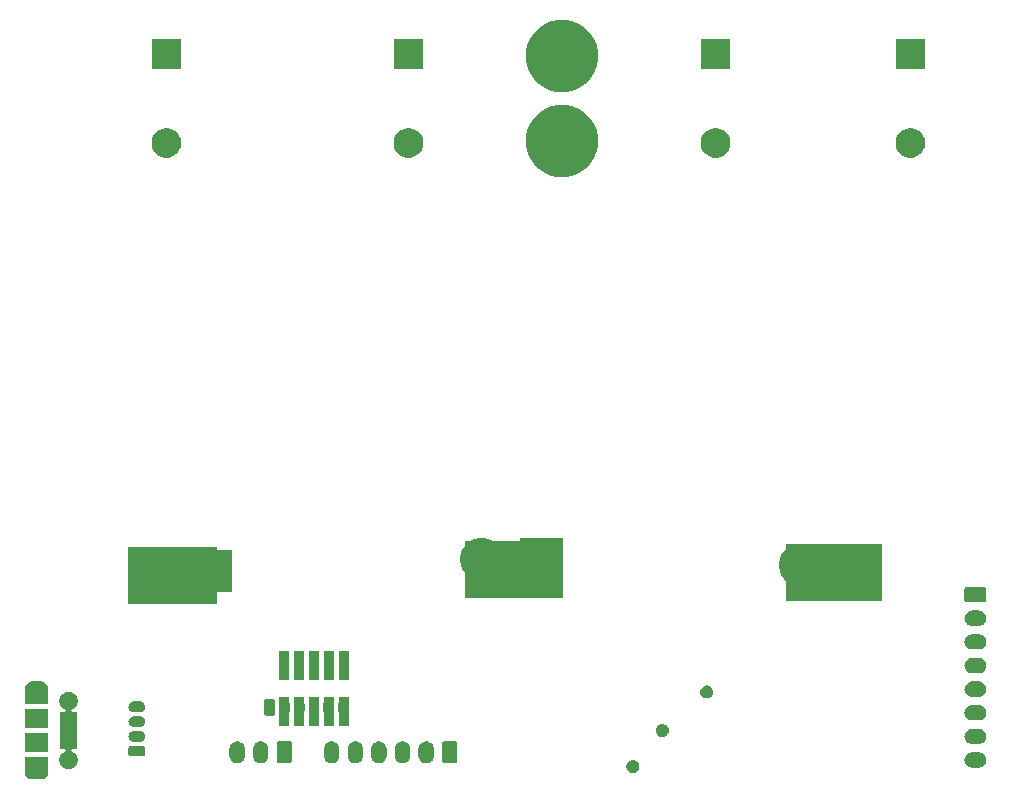
<source format=gbr>
G04 #@! TF.GenerationSoftware,KiCad,Pcbnew,(5.1.2)-2*
G04 #@! TF.CreationDate,2020-12-15T14:43:03+00:00*
G04 #@! TF.ProjectId,INV_Board,494e565f-426f-4617-9264-2e6b69636164,rev?*
G04 #@! TF.SameCoordinates,Original*
G04 #@! TF.FileFunction,Soldermask,Bot*
G04 #@! TF.FilePolarity,Negative*
%FSLAX46Y46*%
G04 Gerber Fmt 4.6, Leading zero omitted, Abs format (unit mm)*
G04 Created by KiCad (PCBNEW (5.1.2)-2) date 2020-12-15 14:43:03*
%MOMM*%
%LPD*%
G04 APERTURE LIST*
%ADD10C,0.100000*%
G04 APERTURE END LIST*
D10*
G36*
X132750000Y-100000000D02*
G01*
X125250000Y-100000000D01*
X125250000Y-95250000D01*
X132750000Y-95250000D01*
X132750000Y-100000000D01*
G37*
X132750000Y-100000000D02*
X125250000Y-100000000D01*
X125250000Y-95250000D01*
X132750000Y-95250000D01*
X132750000Y-100000000D01*
G36*
X162000000Y-99500000D02*
G01*
X153750000Y-99500000D01*
X153750000Y-94750000D01*
X162000000Y-94750000D01*
X162000000Y-99500000D01*
G37*
X162000000Y-99500000D02*
X153750000Y-99500000D01*
X153750000Y-94750000D01*
X162000000Y-94750000D01*
X162000000Y-99500000D01*
G36*
X189000000Y-99750000D02*
G01*
X181000000Y-99750000D01*
X181000000Y-95000000D01*
X189000000Y-95000000D01*
X189000000Y-99750000D01*
G37*
X189000000Y-99750000D02*
X181000000Y-99750000D01*
X181000000Y-95000000D01*
X189000000Y-95000000D01*
X189000000Y-99750000D01*
G36*
X118513500Y-114211886D02*
G01*
X118514102Y-114224138D01*
X118516649Y-114250000D01*
X118514102Y-114275862D01*
X118513500Y-114288114D01*
X118513500Y-114361406D01*
X118504543Y-114378164D01*
X118500415Y-114389701D01*
X118474632Y-114474693D01*
X118466854Y-114500336D01*
X118406406Y-114613425D01*
X118325054Y-114712554D01*
X118225925Y-114793906D01*
X118112836Y-114854354D01*
X118080904Y-114864040D01*
X117990118Y-114891580D01*
X117926355Y-114897860D01*
X117894474Y-114901000D01*
X117130526Y-114901000D01*
X117098645Y-114897860D01*
X117034882Y-114891580D01*
X116944096Y-114864040D01*
X116912164Y-114854354D01*
X116799075Y-114793906D01*
X116699946Y-114712554D01*
X116618594Y-114613425D01*
X116558146Y-114500336D01*
X116550368Y-114474693D01*
X116524587Y-114389708D01*
X116515213Y-114367075D01*
X116511500Y-114361518D01*
X116511500Y-114288114D01*
X116510898Y-114275862D01*
X116508351Y-114250000D01*
X116510898Y-114224138D01*
X116511500Y-114211886D01*
X116511500Y-112999000D01*
X118513500Y-112999000D01*
X118513500Y-114211886D01*
X118513500Y-114211886D01*
G37*
G36*
X168160721Y-113270174D02*
G01*
X168260995Y-113311709D01*
X168260996Y-113311710D01*
X168351242Y-113372010D01*
X168427990Y-113448758D01*
X168427991Y-113448760D01*
X168488291Y-113539005D01*
X168529826Y-113639279D01*
X168551000Y-113745730D01*
X168551000Y-113854270D01*
X168529826Y-113960721D01*
X168488291Y-114060995D01*
X168488290Y-114060996D01*
X168427990Y-114151242D01*
X168351242Y-114227990D01*
X168318301Y-114250000D01*
X168260995Y-114288291D01*
X168160721Y-114329826D01*
X168054270Y-114351000D01*
X167945730Y-114351000D01*
X167839279Y-114329826D01*
X167739005Y-114288291D01*
X167681699Y-114250000D01*
X167648758Y-114227990D01*
X167572010Y-114151242D01*
X167511710Y-114060996D01*
X167511709Y-114060995D01*
X167470174Y-113960721D01*
X167449000Y-113854270D01*
X167449000Y-113745730D01*
X167470174Y-113639279D01*
X167511709Y-113539005D01*
X167572009Y-113448760D01*
X167572010Y-113448758D01*
X167648758Y-113372010D01*
X167739004Y-113311710D01*
X167739005Y-113311709D01*
X167839279Y-113270174D01*
X167945730Y-113249000D01*
X168054270Y-113249000D01*
X168160721Y-113270174D01*
X168160721Y-113270174D01*
G37*
G36*
X120438848Y-107503820D02*
G01*
X120438850Y-107503821D01*
X120438851Y-107503821D01*
X120580074Y-107562317D01*
X120580077Y-107562319D01*
X120707169Y-107647239D01*
X120815261Y-107755331D01*
X120900181Y-107882423D01*
X120900183Y-107882426D01*
X120919056Y-107927991D01*
X120958680Y-108023652D01*
X120988500Y-108173569D01*
X120988500Y-108326431D01*
X120961616Y-108461590D01*
X120958679Y-108476351D01*
X120900183Y-108617574D01*
X120900181Y-108617577D01*
X120815261Y-108744669D01*
X120707169Y-108852761D01*
X120656564Y-108886574D01*
X120580074Y-108937683D01*
X120529772Y-108958519D01*
X120508164Y-108970068D01*
X120489222Y-108985614D01*
X120473677Y-109004556D01*
X120462126Y-109026166D01*
X120455013Y-109049615D01*
X120452611Y-109074001D01*
X120455013Y-109098387D01*
X120462126Y-109121836D01*
X120473677Y-109143447D01*
X120489223Y-109162389D01*
X120508165Y-109177934D01*
X120529775Y-109189485D01*
X120553224Y-109196598D01*
X120577610Y-109199000D01*
X120938500Y-109199000D01*
X120938500Y-112301000D01*
X120577610Y-112301000D01*
X120553224Y-112303402D01*
X120529775Y-112310515D01*
X120508164Y-112322066D01*
X120489222Y-112337611D01*
X120473677Y-112356553D01*
X120462126Y-112378164D01*
X120455013Y-112401613D01*
X120452611Y-112425999D01*
X120455013Y-112450385D01*
X120462126Y-112473834D01*
X120473677Y-112495445D01*
X120489222Y-112514387D01*
X120508164Y-112529932D01*
X120529772Y-112541481D01*
X120580074Y-112562317D01*
X120580075Y-112562318D01*
X120707169Y-112647239D01*
X120815261Y-112755331D01*
X120897375Y-112878223D01*
X120900183Y-112882426D01*
X120958679Y-113023649D01*
X120958680Y-113023652D01*
X120988500Y-113173569D01*
X120988500Y-113326431D01*
X120960444Y-113467481D01*
X120958679Y-113476351D01*
X120900183Y-113617574D01*
X120900181Y-113617577D01*
X120815261Y-113744669D01*
X120707169Y-113852761D01*
X120656564Y-113886574D01*
X120580074Y-113937683D01*
X120438851Y-113996179D01*
X120438850Y-113996179D01*
X120438848Y-113996180D01*
X120288931Y-114026000D01*
X120136069Y-114026000D01*
X119986152Y-113996180D01*
X119986150Y-113996179D01*
X119986149Y-113996179D01*
X119844926Y-113937683D01*
X119768436Y-113886574D01*
X119717831Y-113852761D01*
X119609739Y-113744669D01*
X119524819Y-113617577D01*
X119524817Y-113617574D01*
X119466321Y-113476351D01*
X119464557Y-113467481D01*
X119436500Y-113326431D01*
X119436500Y-113173569D01*
X119466320Y-113023652D01*
X119466321Y-113023649D01*
X119524817Y-112882426D01*
X119527625Y-112878223D01*
X119609739Y-112755331D01*
X119717831Y-112647239D01*
X119844925Y-112562318D01*
X119844926Y-112562317D01*
X119895228Y-112541481D01*
X119916836Y-112529932D01*
X119935778Y-112514386D01*
X119951323Y-112495444D01*
X119962874Y-112473834D01*
X119969987Y-112450385D01*
X119972389Y-112425999D01*
X119969987Y-112401613D01*
X119962874Y-112378164D01*
X119951323Y-112356553D01*
X119935777Y-112337611D01*
X119916835Y-112322066D01*
X119895225Y-112310515D01*
X119871776Y-112303402D01*
X119847390Y-112301000D01*
X119486500Y-112301000D01*
X119486500Y-109199000D01*
X119847390Y-109199000D01*
X119871776Y-109196598D01*
X119895225Y-109189485D01*
X119916836Y-109177934D01*
X119935778Y-109162389D01*
X119951323Y-109143447D01*
X119962874Y-109121836D01*
X119969987Y-109098387D01*
X119972389Y-109074001D01*
X119969987Y-109049615D01*
X119962874Y-109026166D01*
X119951323Y-109004555D01*
X119935778Y-108985613D01*
X119916836Y-108970068D01*
X119895228Y-108958519D01*
X119844926Y-108937683D01*
X119768436Y-108886574D01*
X119717831Y-108852761D01*
X119609739Y-108744669D01*
X119524819Y-108617577D01*
X119524817Y-108617574D01*
X119466321Y-108476351D01*
X119463385Y-108461590D01*
X119436500Y-108326431D01*
X119436500Y-108173569D01*
X119466320Y-108023652D01*
X119505944Y-107927991D01*
X119524817Y-107882426D01*
X119524819Y-107882423D01*
X119609739Y-107755331D01*
X119717831Y-107647239D01*
X119844923Y-107562319D01*
X119844926Y-107562317D01*
X119986149Y-107503821D01*
X119986150Y-107503821D01*
X119986152Y-107503820D01*
X120136069Y-107474000D01*
X120288931Y-107474000D01*
X120438848Y-107503820D01*
X120438848Y-107503820D01*
G37*
G36*
X197338855Y-112602140D02*
G01*
X197402618Y-112608420D01*
X197493404Y-112635960D01*
X197525336Y-112645646D01*
X197638425Y-112706094D01*
X197737554Y-112787446D01*
X197818906Y-112886575D01*
X197879354Y-112999664D01*
X197889040Y-113031596D01*
X197916580Y-113122382D01*
X197929149Y-113250000D01*
X197916580Y-113377618D01*
X197904055Y-113418906D01*
X197879354Y-113500336D01*
X197818906Y-113613425D01*
X197737554Y-113712554D01*
X197638425Y-113793906D01*
X197525336Y-113854354D01*
X197493404Y-113864040D01*
X197402618Y-113891580D01*
X197338855Y-113897860D01*
X197306974Y-113901000D01*
X196693026Y-113901000D01*
X196661145Y-113897860D01*
X196597382Y-113891580D01*
X196506596Y-113864040D01*
X196474664Y-113854354D01*
X196361575Y-113793906D01*
X196262446Y-113712554D01*
X196181094Y-113613425D01*
X196120646Y-113500336D01*
X196095945Y-113418906D01*
X196083420Y-113377618D01*
X196070851Y-113250000D01*
X196083420Y-113122382D01*
X196110960Y-113031596D01*
X196120646Y-112999664D01*
X196181094Y-112886575D01*
X196262446Y-112787446D01*
X196361575Y-112706094D01*
X196474664Y-112645646D01*
X196506596Y-112635960D01*
X196597382Y-112608420D01*
X196661145Y-112602140D01*
X196693026Y-112599000D01*
X197306974Y-112599000D01*
X197338855Y-112602140D01*
X197338855Y-112602140D01*
G37*
G36*
X136627618Y-111683420D02*
G01*
X136685571Y-111701000D01*
X136750336Y-111720646D01*
X136863425Y-111781094D01*
X136962554Y-111862446D01*
X137043906Y-111961575D01*
X137104354Y-112074664D01*
X137104355Y-112074668D01*
X137141580Y-112197382D01*
X137151000Y-112293027D01*
X137151000Y-112906973D01*
X137141580Y-113002618D01*
X137135200Y-113023649D01*
X137104354Y-113125336D01*
X137043906Y-113238425D01*
X136962554Y-113337553D01*
X136863424Y-113418906D01*
X136750335Y-113479354D01*
X136718403Y-113489040D01*
X136627617Y-113516580D01*
X136500000Y-113529149D01*
X136372382Y-113516580D01*
X136281596Y-113489040D01*
X136249664Y-113479354D01*
X136136575Y-113418906D01*
X136037447Y-113337554D01*
X135956094Y-113238424D01*
X135895646Y-113125335D01*
X135864800Y-113023649D01*
X135858420Y-113002617D01*
X135849000Y-112906972D01*
X135849000Y-112293027D01*
X135858420Y-112197382D01*
X135895645Y-112074668D01*
X135895645Y-112074667D01*
X135927957Y-112014217D01*
X135956095Y-111961574D01*
X135969493Y-111945249D01*
X136037447Y-111862446D01*
X136136576Y-111781094D01*
X136249665Y-111720646D01*
X136314430Y-111701000D01*
X136372383Y-111683420D01*
X136500000Y-111670851D01*
X136627618Y-111683420D01*
X136627618Y-111683420D01*
G37*
G36*
X134627618Y-111683420D02*
G01*
X134685571Y-111701000D01*
X134750336Y-111720646D01*
X134863425Y-111781094D01*
X134962554Y-111862446D01*
X135043906Y-111961575D01*
X135104354Y-112074664D01*
X135104355Y-112074668D01*
X135141580Y-112197382D01*
X135151000Y-112293027D01*
X135151000Y-112906973D01*
X135141580Y-113002618D01*
X135135200Y-113023649D01*
X135104354Y-113125336D01*
X135043906Y-113238425D01*
X134962554Y-113337553D01*
X134863424Y-113418906D01*
X134750335Y-113479354D01*
X134718403Y-113489040D01*
X134627617Y-113516580D01*
X134500000Y-113529149D01*
X134372382Y-113516580D01*
X134281596Y-113489040D01*
X134249664Y-113479354D01*
X134136575Y-113418906D01*
X134037447Y-113337554D01*
X133956094Y-113238424D01*
X133895646Y-113125335D01*
X133864800Y-113023649D01*
X133858420Y-113002617D01*
X133849000Y-112906972D01*
X133849000Y-112293027D01*
X133858420Y-112197382D01*
X133895645Y-112074668D01*
X133895645Y-112074667D01*
X133927957Y-112014217D01*
X133956095Y-111961574D01*
X133969493Y-111945249D01*
X134037447Y-111862446D01*
X134136576Y-111781094D01*
X134249665Y-111720646D01*
X134314430Y-111701000D01*
X134372383Y-111683420D01*
X134500000Y-111670851D01*
X134627618Y-111683420D01*
X134627618Y-111683420D01*
G37*
G36*
X142627618Y-111683420D02*
G01*
X142685571Y-111701000D01*
X142750336Y-111720646D01*
X142863425Y-111781094D01*
X142962554Y-111862446D01*
X143043906Y-111961575D01*
X143104354Y-112074664D01*
X143104355Y-112074668D01*
X143141580Y-112197382D01*
X143151000Y-112293027D01*
X143151000Y-112906973D01*
X143141580Y-113002618D01*
X143135200Y-113023649D01*
X143104354Y-113125336D01*
X143043906Y-113238425D01*
X142962554Y-113337553D01*
X142863424Y-113418906D01*
X142750335Y-113479354D01*
X142718403Y-113489040D01*
X142627617Y-113516580D01*
X142500000Y-113529149D01*
X142372382Y-113516580D01*
X142281596Y-113489040D01*
X142249664Y-113479354D01*
X142136575Y-113418906D01*
X142037447Y-113337554D01*
X141956094Y-113238424D01*
X141895646Y-113125335D01*
X141864800Y-113023649D01*
X141858420Y-113002617D01*
X141849000Y-112906972D01*
X141849000Y-112293027D01*
X141858420Y-112197382D01*
X141895645Y-112074668D01*
X141895645Y-112074667D01*
X141927957Y-112014217D01*
X141956095Y-111961574D01*
X141969493Y-111945249D01*
X142037447Y-111862446D01*
X142136576Y-111781094D01*
X142249665Y-111720646D01*
X142314430Y-111701000D01*
X142372383Y-111683420D01*
X142500000Y-111670851D01*
X142627618Y-111683420D01*
X142627618Y-111683420D01*
G37*
G36*
X144627618Y-111683420D02*
G01*
X144685571Y-111701000D01*
X144750336Y-111720646D01*
X144863425Y-111781094D01*
X144962554Y-111862446D01*
X145043906Y-111961575D01*
X145104354Y-112074664D01*
X145104355Y-112074668D01*
X145141580Y-112197382D01*
X145151000Y-112293027D01*
X145151000Y-112906973D01*
X145141580Y-113002618D01*
X145135200Y-113023649D01*
X145104354Y-113125336D01*
X145043906Y-113238425D01*
X144962554Y-113337553D01*
X144863424Y-113418906D01*
X144750335Y-113479354D01*
X144718403Y-113489040D01*
X144627617Y-113516580D01*
X144500000Y-113529149D01*
X144372382Y-113516580D01*
X144281596Y-113489040D01*
X144249664Y-113479354D01*
X144136575Y-113418906D01*
X144037447Y-113337554D01*
X143956094Y-113238424D01*
X143895646Y-113125335D01*
X143864800Y-113023649D01*
X143858420Y-113002617D01*
X143849000Y-112906972D01*
X143849000Y-112293027D01*
X143858420Y-112197382D01*
X143895645Y-112074668D01*
X143895645Y-112074667D01*
X143927957Y-112014217D01*
X143956095Y-111961574D01*
X143969493Y-111945249D01*
X144037447Y-111862446D01*
X144136576Y-111781094D01*
X144249665Y-111720646D01*
X144314430Y-111701000D01*
X144372383Y-111683420D01*
X144500000Y-111670851D01*
X144627618Y-111683420D01*
X144627618Y-111683420D01*
G37*
G36*
X146627618Y-111683420D02*
G01*
X146685571Y-111701000D01*
X146750336Y-111720646D01*
X146863425Y-111781094D01*
X146962554Y-111862446D01*
X147043906Y-111961575D01*
X147104354Y-112074664D01*
X147104355Y-112074668D01*
X147141580Y-112197382D01*
X147151000Y-112293027D01*
X147151000Y-112906973D01*
X147141580Y-113002618D01*
X147135200Y-113023649D01*
X147104354Y-113125336D01*
X147043906Y-113238425D01*
X146962554Y-113337553D01*
X146863424Y-113418906D01*
X146750335Y-113479354D01*
X146718403Y-113489040D01*
X146627617Y-113516580D01*
X146500000Y-113529149D01*
X146372382Y-113516580D01*
X146281596Y-113489040D01*
X146249664Y-113479354D01*
X146136575Y-113418906D01*
X146037447Y-113337554D01*
X145956094Y-113238424D01*
X145895646Y-113125335D01*
X145864800Y-113023649D01*
X145858420Y-113002617D01*
X145849000Y-112906972D01*
X145849000Y-112293027D01*
X145858420Y-112197382D01*
X145895645Y-112074668D01*
X145895645Y-112074667D01*
X145927957Y-112014217D01*
X145956095Y-111961574D01*
X145969493Y-111945249D01*
X146037447Y-111862446D01*
X146136576Y-111781094D01*
X146249665Y-111720646D01*
X146314430Y-111701000D01*
X146372383Y-111683420D01*
X146500000Y-111670851D01*
X146627618Y-111683420D01*
X146627618Y-111683420D01*
G37*
G36*
X148627618Y-111683420D02*
G01*
X148685571Y-111701000D01*
X148750336Y-111720646D01*
X148863425Y-111781094D01*
X148962554Y-111862446D01*
X149043906Y-111961575D01*
X149104354Y-112074664D01*
X149104355Y-112074668D01*
X149141580Y-112197382D01*
X149151000Y-112293027D01*
X149151000Y-112906973D01*
X149141580Y-113002618D01*
X149135200Y-113023649D01*
X149104354Y-113125336D01*
X149043906Y-113238425D01*
X148962554Y-113337553D01*
X148863424Y-113418906D01*
X148750335Y-113479354D01*
X148718403Y-113489040D01*
X148627617Y-113516580D01*
X148500000Y-113529149D01*
X148372382Y-113516580D01*
X148281596Y-113489040D01*
X148249664Y-113479354D01*
X148136575Y-113418906D01*
X148037447Y-113337554D01*
X147956094Y-113238424D01*
X147895646Y-113125335D01*
X147864800Y-113023649D01*
X147858420Y-113002617D01*
X147849000Y-112906972D01*
X147849000Y-112293027D01*
X147858420Y-112197382D01*
X147895645Y-112074668D01*
X147895645Y-112074667D01*
X147927957Y-112014217D01*
X147956095Y-111961574D01*
X147969493Y-111945249D01*
X148037447Y-111862446D01*
X148136576Y-111781094D01*
X148249665Y-111720646D01*
X148314430Y-111701000D01*
X148372383Y-111683420D01*
X148500000Y-111670851D01*
X148627618Y-111683420D01*
X148627618Y-111683420D01*
G37*
G36*
X150627618Y-111683420D02*
G01*
X150685571Y-111701000D01*
X150750336Y-111720646D01*
X150863425Y-111781094D01*
X150962554Y-111862446D01*
X151043906Y-111961575D01*
X151104354Y-112074664D01*
X151104355Y-112074668D01*
X151141580Y-112197382D01*
X151151000Y-112293027D01*
X151151000Y-112906973D01*
X151141580Y-113002618D01*
X151135200Y-113023649D01*
X151104354Y-113125336D01*
X151043906Y-113238425D01*
X150962554Y-113337553D01*
X150863424Y-113418906D01*
X150750335Y-113479354D01*
X150718403Y-113489040D01*
X150627617Y-113516580D01*
X150500000Y-113529149D01*
X150372382Y-113516580D01*
X150281596Y-113489040D01*
X150249664Y-113479354D01*
X150136575Y-113418906D01*
X150037447Y-113337554D01*
X149956094Y-113238424D01*
X149895646Y-113125335D01*
X149864800Y-113023649D01*
X149858420Y-113002617D01*
X149849000Y-112906972D01*
X149849000Y-112293027D01*
X149858420Y-112197382D01*
X149895645Y-112074668D01*
X149895645Y-112074667D01*
X149927957Y-112014217D01*
X149956095Y-111961574D01*
X149969493Y-111945249D01*
X150037447Y-111862446D01*
X150136576Y-111781094D01*
X150249665Y-111720646D01*
X150314430Y-111701000D01*
X150372383Y-111683420D01*
X150500000Y-111670851D01*
X150627618Y-111683420D01*
X150627618Y-111683420D01*
G37*
G36*
X138991242Y-111678404D02*
G01*
X139028337Y-111689657D01*
X139062515Y-111707925D01*
X139092481Y-111732519D01*
X139117075Y-111762485D01*
X139135343Y-111796663D01*
X139146596Y-111833758D01*
X139151000Y-111878474D01*
X139151000Y-113321526D01*
X139146596Y-113366242D01*
X139135343Y-113403337D01*
X139117075Y-113437515D01*
X139092481Y-113467481D01*
X139062515Y-113492075D01*
X139028337Y-113510343D01*
X138991242Y-113521596D01*
X138946526Y-113526000D01*
X138053474Y-113526000D01*
X138008758Y-113521596D01*
X137971663Y-113510343D01*
X137937485Y-113492075D01*
X137907519Y-113467481D01*
X137882925Y-113437515D01*
X137864657Y-113403337D01*
X137853404Y-113366242D01*
X137849000Y-113321526D01*
X137849000Y-111878474D01*
X137853404Y-111833758D01*
X137864657Y-111796663D01*
X137882925Y-111762485D01*
X137907519Y-111732519D01*
X137937485Y-111707925D01*
X137971663Y-111689657D01*
X138008758Y-111678404D01*
X138053474Y-111674000D01*
X138946526Y-111674000D01*
X138991242Y-111678404D01*
X138991242Y-111678404D01*
G37*
G36*
X152991242Y-111678404D02*
G01*
X153028337Y-111689657D01*
X153062515Y-111707925D01*
X153092481Y-111732519D01*
X153117075Y-111762485D01*
X153135343Y-111796663D01*
X153146596Y-111833758D01*
X153151000Y-111878474D01*
X153151000Y-113321526D01*
X153146596Y-113366242D01*
X153135343Y-113403337D01*
X153117075Y-113437515D01*
X153092481Y-113467481D01*
X153062515Y-113492075D01*
X153028337Y-113510343D01*
X152991242Y-113521596D01*
X152946526Y-113526000D01*
X152053474Y-113526000D01*
X152008758Y-113521596D01*
X151971663Y-113510343D01*
X151937485Y-113492075D01*
X151907519Y-113467481D01*
X151882925Y-113437515D01*
X151864657Y-113403337D01*
X151853404Y-113366242D01*
X151849000Y-113321526D01*
X151849000Y-111878474D01*
X151853404Y-111833758D01*
X151864657Y-111796663D01*
X151882925Y-111762485D01*
X151907519Y-111732519D01*
X151937485Y-111707925D01*
X151971663Y-111689657D01*
X152008758Y-111678404D01*
X152053474Y-111674000D01*
X152946526Y-111674000D01*
X152991242Y-111678404D01*
X152991242Y-111678404D01*
G37*
G36*
X126569683Y-112052725D02*
G01*
X126600143Y-112061966D01*
X126628223Y-112076974D01*
X126652831Y-112097169D01*
X126673026Y-112121777D01*
X126688034Y-112149857D01*
X126697275Y-112180317D01*
X126701000Y-112218140D01*
X126701000Y-112781860D01*
X126697275Y-112819683D01*
X126688034Y-112850143D01*
X126673026Y-112878223D01*
X126652831Y-112902831D01*
X126628223Y-112923026D01*
X126600143Y-112938034D01*
X126569683Y-112947275D01*
X126531860Y-112951000D01*
X125468140Y-112951000D01*
X125430317Y-112947275D01*
X125399857Y-112938034D01*
X125371777Y-112923026D01*
X125347169Y-112902831D01*
X125326974Y-112878223D01*
X125311966Y-112850143D01*
X125302725Y-112819683D01*
X125299000Y-112781860D01*
X125299000Y-112218140D01*
X125302725Y-112180317D01*
X125311966Y-112149857D01*
X125326974Y-112121777D01*
X125347169Y-112097169D01*
X125371777Y-112076974D01*
X125399857Y-112061966D01*
X125430317Y-112052725D01*
X125468140Y-112049000D01*
X126531860Y-112049000D01*
X126569683Y-112052725D01*
X126569683Y-112052725D01*
G37*
G36*
X118513500Y-112551000D02*
G01*
X116511500Y-112551000D01*
X116511500Y-110949000D01*
X118513500Y-110949000D01*
X118513500Y-112551000D01*
X118513500Y-112551000D01*
G37*
G36*
X197338855Y-110602140D02*
G01*
X197402618Y-110608420D01*
X197493404Y-110635960D01*
X197525336Y-110645646D01*
X197638425Y-110706094D01*
X197737554Y-110787446D01*
X197818906Y-110886575D01*
X197879354Y-110999664D01*
X197879355Y-110999668D01*
X197916580Y-111122382D01*
X197929149Y-111250000D01*
X197916580Y-111377618D01*
X197902684Y-111423426D01*
X197879354Y-111500336D01*
X197818906Y-111613425D01*
X197737554Y-111712554D01*
X197638425Y-111793906D01*
X197525336Y-111854354D01*
X197498660Y-111862446D01*
X197402618Y-111891580D01*
X197338855Y-111897860D01*
X197306974Y-111901000D01*
X196693026Y-111901000D01*
X196661145Y-111897860D01*
X196597382Y-111891580D01*
X196501340Y-111862446D01*
X196474664Y-111854354D01*
X196361575Y-111793906D01*
X196262446Y-111712554D01*
X196181094Y-111613425D01*
X196120646Y-111500336D01*
X196097316Y-111423426D01*
X196083420Y-111377618D01*
X196070851Y-111250000D01*
X196083420Y-111122382D01*
X196120645Y-110999668D01*
X196120646Y-110999664D01*
X196181094Y-110886575D01*
X196262446Y-110787446D01*
X196361575Y-110706094D01*
X196474664Y-110645646D01*
X196506596Y-110635960D01*
X196597382Y-110608420D01*
X196661145Y-110602140D01*
X196693026Y-110599000D01*
X197306974Y-110599000D01*
X197338855Y-110602140D01*
X197338855Y-110602140D01*
G37*
G36*
X126338410Y-110805525D02*
G01*
X126423426Y-110831314D01*
X126501775Y-110873193D01*
X126570449Y-110929551D01*
X126626807Y-110998225D01*
X126668686Y-111076574D01*
X126694475Y-111161590D01*
X126703182Y-111250000D01*
X126694475Y-111338410D01*
X126668686Y-111423426D01*
X126626807Y-111501775D01*
X126570449Y-111570449D01*
X126501775Y-111626807D01*
X126423426Y-111668686D01*
X126338410Y-111694475D01*
X126272158Y-111701000D01*
X125727842Y-111701000D01*
X125661590Y-111694475D01*
X125576574Y-111668686D01*
X125498225Y-111626807D01*
X125429551Y-111570449D01*
X125373193Y-111501775D01*
X125331314Y-111423426D01*
X125305525Y-111338410D01*
X125296818Y-111250000D01*
X125305525Y-111161590D01*
X125331314Y-111076574D01*
X125373193Y-110998225D01*
X125429551Y-110929551D01*
X125498225Y-110873193D01*
X125576574Y-110831314D01*
X125661590Y-110805525D01*
X125727842Y-110799000D01*
X126272158Y-110799000D01*
X126338410Y-110805525D01*
X126338410Y-110805525D01*
G37*
G36*
X170660721Y-110220174D02*
G01*
X170760995Y-110261709D01*
X170760996Y-110261710D01*
X170851242Y-110322010D01*
X170927990Y-110398758D01*
X170927991Y-110398760D01*
X170988291Y-110489005D01*
X171029826Y-110589279D01*
X171051000Y-110695730D01*
X171051000Y-110804270D01*
X171029826Y-110910721D01*
X170988291Y-111010995D01*
X170988290Y-111010996D01*
X170927990Y-111101242D01*
X170851242Y-111177990D01*
X170805812Y-111208345D01*
X170760995Y-111238291D01*
X170660721Y-111279826D01*
X170554270Y-111301000D01*
X170445730Y-111301000D01*
X170339279Y-111279826D01*
X170239005Y-111238291D01*
X170194188Y-111208345D01*
X170148758Y-111177990D01*
X170072010Y-111101242D01*
X170011710Y-111010996D01*
X170011709Y-111010995D01*
X169970174Y-110910721D01*
X169949000Y-110804270D01*
X169949000Y-110695730D01*
X169970174Y-110589279D01*
X170011709Y-110489005D01*
X170072009Y-110398760D01*
X170072010Y-110398758D01*
X170148758Y-110322010D01*
X170239004Y-110261710D01*
X170239005Y-110261709D01*
X170339279Y-110220174D01*
X170445730Y-110199000D01*
X170554270Y-110199000D01*
X170660721Y-110220174D01*
X170660721Y-110220174D01*
G37*
G36*
X118513500Y-110551000D02*
G01*
X116511500Y-110551000D01*
X116511500Y-108949000D01*
X118513500Y-108949000D01*
X118513500Y-110551000D01*
X118513500Y-110551000D01*
G37*
G36*
X126338410Y-109555525D02*
G01*
X126423426Y-109581314D01*
X126501775Y-109623193D01*
X126570449Y-109679551D01*
X126626807Y-109748225D01*
X126668686Y-109826574D01*
X126694475Y-109911590D01*
X126703182Y-110000000D01*
X126694475Y-110088410D01*
X126668686Y-110173426D01*
X126626807Y-110251775D01*
X126570449Y-110320449D01*
X126501775Y-110376807D01*
X126423426Y-110418686D01*
X126338410Y-110444475D01*
X126272158Y-110451000D01*
X125727842Y-110451000D01*
X125661590Y-110444475D01*
X125576574Y-110418686D01*
X125498225Y-110376807D01*
X125429551Y-110320449D01*
X125373193Y-110251775D01*
X125331314Y-110173426D01*
X125305525Y-110088410D01*
X125296818Y-110000000D01*
X125305525Y-109911590D01*
X125331314Y-109826574D01*
X125373193Y-109748225D01*
X125429551Y-109679551D01*
X125498225Y-109623193D01*
X125576574Y-109581314D01*
X125661590Y-109555525D01*
X125727842Y-109549000D01*
X126272158Y-109549000D01*
X126338410Y-109555525D01*
X126338410Y-109555525D01*
G37*
G36*
X141421000Y-108365660D02*
G01*
X141426382Y-108401945D01*
X141444475Y-108461590D01*
X141451000Y-108527842D01*
X141451000Y-109072158D01*
X141444475Y-109138410D01*
X141426382Y-109198055D01*
X141421000Y-109234340D01*
X141421000Y-110401000D01*
X140579000Y-110401000D01*
X140579000Y-109234340D01*
X140573618Y-109198055D01*
X140555525Y-109138410D01*
X140549000Y-109072158D01*
X140549000Y-108527843D01*
X140555525Y-108461591D01*
X140573618Y-108401946D01*
X140579000Y-108365661D01*
X140579000Y-107899000D01*
X141421000Y-107899000D01*
X141421000Y-108365660D01*
X141421000Y-108365660D01*
G37*
G36*
X143961000Y-110401000D02*
G01*
X143119000Y-110401000D01*
X143119000Y-109325240D01*
X143116598Y-109300854D01*
X143109485Y-109277405D01*
X143104239Y-109266314D01*
X143081315Y-109223427D01*
X143055525Y-109138410D01*
X143049000Y-109072158D01*
X143049000Y-108527843D01*
X143055525Y-108461591D01*
X143081314Y-108376575D01*
X143104240Y-108333685D01*
X143113617Y-108311046D01*
X143118398Y-108287013D01*
X143119000Y-108274760D01*
X143119000Y-107899000D01*
X143961000Y-107899000D01*
X143961000Y-110401000D01*
X143961000Y-110401000D01*
G37*
G36*
X142691000Y-108431592D02*
G01*
X142693402Y-108455978D01*
X142694259Y-108459400D01*
X142701000Y-108527842D01*
X142701000Y-109072158D01*
X142693830Y-109144954D01*
X142691602Y-109156156D01*
X142691000Y-109168408D01*
X142691000Y-110401000D01*
X141849000Y-110401000D01*
X141849000Y-109287824D01*
X141846598Y-109263438D01*
X141839485Y-109239989D01*
X141834239Y-109228898D01*
X141831315Y-109223427D01*
X141805525Y-109138410D01*
X141799000Y-109072158D01*
X141799000Y-108527843D01*
X141805525Y-108461591D01*
X141831315Y-108376574D01*
X141834239Y-108371103D01*
X141843617Y-108348464D01*
X141848398Y-108324431D01*
X141849000Y-108312177D01*
X141849000Y-107899000D01*
X142691000Y-107899000D01*
X142691000Y-108431592D01*
X142691000Y-108431592D01*
G37*
G36*
X140151000Y-108312176D02*
G01*
X140153402Y-108336562D01*
X140160515Y-108360011D01*
X140165761Y-108371102D01*
X140168685Y-108376573D01*
X140194475Y-108461590D01*
X140201000Y-108527842D01*
X140201000Y-109072158D01*
X140194475Y-109138410D01*
X140168685Y-109223427D01*
X140165761Y-109228898D01*
X140156383Y-109251537D01*
X140151602Y-109275570D01*
X140151000Y-109287824D01*
X140151000Y-110401000D01*
X139309000Y-110401000D01*
X139309000Y-109168408D01*
X139306598Y-109144022D01*
X139305741Y-109140600D01*
X139299000Y-109072158D01*
X139299000Y-108527843D01*
X139306170Y-108455047D01*
X139308398Y-108443845D01*
X139309000Y-108431593D01*
X139309000Y-107899000D01*
X140151000Y-107899000D01*
X140151000Y-108312176D01*
X140151000Y-108312176D01*
G37*
G36*
X138881000Y-108274759D02*
G01*
X138883402Y-108299145D01*
X138890515Y-108322594D01*
X138895760Y-108333684D01*
X138918686Y-108376574D01*
X138944475Y-108461590D01*
X138951000Y-108527842D01*
X138951000Y-109072158D01*
X138944475Y-109138410D01*
X138918686Y-109223426D01*
X138895760Y-109266316D01*
X138886383Y-109288955D01*
X138881602Y-109312988D01*
X138881000Y-109325241D01*
X138881000Y-110401000D01*
X138039000Y-110401000D01*
X138039000Y-107899000D01*
X138881000Y-107899000D01*
X138881000Y-108274759D01*
X138881000Y-108274759D01*
G37*
G36*
X197338855Y-108602140D02*
G01*
X197402618Y-108608420D01*
X197493404Y-108635960D01*
X197525336Y-108645646D01*
X197638425Y-108706094D01*
X197737554Y-108787446D01*
X197818906Y-108886575D01*
X197879354Y-108999664D01*
X197880838Y-109004556D01*
X197916580Y-109122382D01*
X197929149Y-109250000D01*
X197916580Y-109377618D01*
X197893764Y-109452831D01*
X197879354Y-109500336D01*
X197818906Y-109613425D01*
X197737554Y-109712554D01*
X197638425Y-109793906D01*
X197525336Y-109854354D01*
X197493404Y-109864040D01*
X197402618Y-109891580D01*
X197338855Y-109897860D01*
X197306974Y-109901000D01*
X196693026Y-109901000D01*
X196661145Y-109897860D01*
X196597382Y-109891580D01*
X196506596Y-109864040D01*
X196474664Y-109854354D01*
X196361575Y-109793906D01*
X196262446Y-109712554D01*
X196181094Y-109613425D01*
X196120646Y-109500336D01*
X196106236Y-109452831D01*
X196083420Y-109377618D01*
X196070851Y-109250000D01*
X196083420Y-109122382D01*
X196119162Y-109004556D01*
X196120646Y-108999664D01*
X196181094Y-108886575D01*
X196262446Y-108787446D01*
X196361575Y-108706094D01*
X196474664Y-108645646D01*
X196506596Y-108635960D01*
X196597382Y-108608420D01*
X196661145Y-108602140D01*
X196693026Y-108599000D01*
X197306974Y-108599000D01*
X197338855Y-108602140D01*
X197338855Y-108602140D01*
G37*
G36*
X137569683Y-108102725D02*
G01*
X137600143Y-108111966D01*
X137628223Y-108126974D01*
X137652831Y-108147169D01*
X137673026Y-108171777D01*
X137688034Y-108199857D01*
X137697275Y-108230317D01*
X137701000Y-108268140D01*
X137701000Y-109331860D01*
X137697275Y-109369683D01*
X137688034Y-109400143D01*
X137673026Y-109428223D01*
X137652831Y-109452831D01*
X137628223Y-109473026D01*
X137600143Y-109488034D01*
X137569683Y-109497275D01*
X137531860Y-109501000D01*
X136968140Y-109501000D01*
X136930317Y-109497275D01*
X136899857Y-109488034D01*
X136871777Y-109473026D01*
X136847169Y-109452831D01*
X136826974Y-109428223D01*
X136811966Y-109400143D01*
X136802725Y-109369683D01*
X136799000Y-109331860D01*
X136799000Y-108268140D01*
X136802725Y-108230317D01*
X136811966Y-108199857D01*
X136826974Y-108171777D01*
X136847169Y-108147169D01*
X136871777Y-108126974D01*
X136899857Y-108111966D01*
X136930317Y-108102725D01*
X136968140Y-108099000D01*
X137531860Y-108099000D01*
X137569683Y-108102725D01*
X137569683Y-108102725D01*
G37*
G36*
X126338410Y-108305525D02*
G01*
X126423426Y-108331314D01*
X126501775Y-108373193D01*
X126570449Y-108429551D01*
X126626807Y-108498225D01*
X126668686Y-108576574D01*
X126694475Y-108661590D01*
X126703182Y-108750000D01*
X126694475Y-108838410D01*
X126668686Y-108923426D01*
X126626807Y-109001775D01*
X126570449Y-109070449D01*
X126501775Y-109126807D01*
X126423426Y-109168686D01*
X126338410Y-109194475D01*
X126272158Y-109201000D01*
X125727842Y-109201000D01*
X125661590Y-109194475D01*
X125576574Y-109168686D01*
X125498225Y-109126807D01*
X125429551Y-109070449D01*
X125373193Y-109001775D01*
X125331314Y-108923426D01*
X125305525Y-108838410D01*
X125296818Y-108750000D01*
X125305525Y-108661590D01*
X125331314Y-108576574D01*
X125373193Y-108498225D01*
X125429551Y-108429551D01*
X125498225Y-108373193D01*
X125576574Y-108331314D01*
X125661590Y-108305525D01*
X125727842Y-108299000D01*
X126272158Y-108299000D01*
X126338410Y-108305525D01*
X126338410Y-108305525D01*
G37*
G36*
X117926355Y-106602140D02*
G01*
X117990118Y-106608420D01*
X118080904Y-106635960D01*
X118112836Y-106645646D01*
X118225925Y-106706094D01*
X118325054Y-106787446D01*
X118406406Y-106886575D01*
X118466854Y-106999664D01*
X118466855Y-106999668D01*
X118500413Y-107110292D01*
X118509787Y-107132925D01*
X118513500Y-107138482D01*
X118513500Y-107211886D01*
X118514102Y-107224138D01*
X118516649Y-107250000D01*
X118514102Y-107275862D01*
X118513500Y-107288114D01*
X118513500Y-108501000D01*
X116511500Y-108501000D01*
X116511500Y-107288114D01*
X116510898Y-107275862D01*
X116508351Y-107250000D01*
X116510898Y-107224138D01*
X116511500Y-107211886D01*
X116511500Y-107138594D01*
X116520457Y-107121836D01*
X116524585Y-107110299D01*
X116558145Y-106999668D01*
X116558146Y-106999664D01*
X116618594Y-106886575D01*
X116699946Y-106787446D01*
X116799075Y-106706094D01*
X116912164Y-106645646D01*
X116944096Y-106635960D01*
X117034882Y-106608420D01*
X117098645Y-106602140D01*
X117130526Y-106599000D01*
X117894474Y-106599000D01*
X117926355Y-106602140D01*
X117926355Y-106602140D01*
G37*
G36*
X174410721Y-106970174D02*
G01*
X174510995Y-107011709D01*
X174510996Y-107011710D01*
X174601242Y-107072010D01*
X174677990Y-107148758D01*
X174677991Y-107148760D01*
X174738291Y-107239005D01*
X174779826Y-107339279D01*
X174801000Y-107445730D01*
X174801000Y-107554270D01*
X174779826Y-107660721D01*
X174738291Y-107760995D01*
X174738290Y-107760996D01*
X174677990Y-107851242D01*
X174601242Y-107927990D01*
X174555812Y-107958345D01*
X174510995Y-107988291D01*
X174410721Y-108029826D01*
X174304270Y-108051000D01*
X174195730Y-108051000D01*
X174089279Y-108029826D01*
X173989005Y-107988291D01*
X173944188Y-107958345D01*
X173898758Y-107927990D01*
X173822010Y-107851242D01*
X173761710Y-107760996D01*
X173761709Y-107760995D01*
X173720174Y-107660721D01*
X173699000Y-107554270D01*
X173699000Y-107445730D01*
X173720174Y-107339279D01*
X173761709Y-107239005D01*
X173822009Y-107148760D01*
X173822010Y-107148758D01*
X173898758Y-107072010D01*
X173989004Y-107011710D01*
X173989005Y-107011709D01*
X174089279Y-106970174D01*
X174195730Y-106949000D01*
X174304270Y-106949000D01*
X174410721Y-106970174D01*
X174410721Y-106970174D01*
G37*
G36*
X197338855Y-106602140D02*
G01*
X197402618Y-106608420D01*
X197493404Y-106635960D01*
X197525336Y-106645646D01*
X197638425Y-106706094D01*
X197737554Y-106787446D01*
X197818906Y-106886575D01*
X197879354Y-106999664D01*
X197879355Y-106999668D01*
X197916580Y-107122382D01*
X197929149Y-107250000D01*
X197916580Y-107377618D01*
X197895918Y-107445730D01*
X197879354Y-107500336D01*
X197818906Y-107613425D01*
X197737554Y-107712554D01*
X197638425Y-107793906D01*
X197525336Y-107854354D01*
X197493404Y-107864040D01*
X197402618Y-107891580D01*
X197338855Y-107897860D01*
X197306974Y-107901000D01*
X196693026Y-107901000D01*
X196661145Y-107897860D01*
X196597382Y-107891580D01*
X196506596Y-107864040D01*
X196474664Y-107854354D01*
X196361575Y-107793906D01*
X196262446Y-107712554D01*
X196181094Y-107613425D01*
X196120646Y-107500336D01*
X196104082Y-107445730D01*
X196083420Y-107377618D01*
X196070851Y-107250000D01*
X196083420Y-107122382D01*
X196120645Y-106999668D01*
X196120646Y-106999664D01*
X196181094Y-106886575D01*
X196262446Y-106787446D01*
X196361575Y-106706094D01*
X196474664Y-106645646D01*
X196506596Y-106635960D01*
X196597382Y-106608420D01*
X196661145Y-106602140D01*
X196693026Y-106599000D01*
X197306974Y-106599000D01*
X197338855Y-106602140D01*
X197338855Y-106602140D01*
G37*
G36*
X141421000Y-106501000D02*
G01*
X140579000Y-106501000D01*
X140579000Y-103999000D01*
X141421000Y-103999000D01*
X141421000Y-106501000D01*
X141421000Y-106501000D01*
G37*
G36*
X140151000Y-106501000D02*
G01*
X139309000Y-106501000D01*
X139309000Y-103999000D01*
X140151000Y-103999000D01*
X140151000Y-106501000D01*
X140151000Y-106501000D01*
G37*
G36*
X138881000Y-106501000D02*
G01*
X138039000Y-106501000D01*
X138039000Y-103999000D01*
X138881000Y-103999000D01*
X138881000Y-106501000D01*
X138881000Y-106501000D01*
G37*
G36*
X142691000Y-106501000D02*
G01*
X141849000Y-106501000D01*
X141849000Y-103999000D01*
X142691000Y-103999000D01*
X142691000Y-106501000D01*
X142691000Y-106501000D01*
G37*
G36*
X143961000Y-106501000D02*
G01*
X143119000Y-106501000D01*
X143119000Y-103999000D01*
X143961000Y-103999000D01*
X143961000Y-106501000D01*
X143961000Y-106501000D01*
G37*
G36*
X197338855Y-104602140D02*
G01*
X197402618Y-104608420D01*
X197493404Y-104635960D01*
X197525336Y-104645646D01*
X197638425Y-104706094D01*
X197737554Y-104787446D01*
X197818906Y-104886575D01*
X197879354Y-104999664D01*
X197879355Y-104999668D01*
X197916580Y-105122382D01*
X197929149Y-105250000D01*
X197916580Y-105377618D01*
X197889040Y-105468404D01*
X197879354Y-105500336D01*
X197818906Y-105613425D01*
X197737554Y-105712554D01*
X197638425Y-105793906D01*
X197525336Y-105854354D01*
X197493404Y-105864040D01*
X197402618Y-105891580D01*
X197338855Y-105897860D01*
X197306974Y-105901000D01*
X196693026Y-105901000D01*
X196661145Y-105897860D01*
X196597382Y-105891580D01*
X196506596Y-105864040D01*
X196474664Y-105854354D01*
X196361575Y-105793906D01*
X196262446Y-105712554D01*
X196181094Y-105613425D01*
X196120646Y-105500336D01*
X196110960Y-105468404D01*
X196083420Y-105377618D01*
X196070851Y-105250000D01*
X196083420Y-105122382D01*
X196120645Y-104999668D01*
X196120646Y-104999664D01*
X196181094Y-104886575D01*
X196262446Y-104787446D01*
X196361575Y-104706094D01*
X196474664Y-104645646D01*
X196506596Y-104635960D01*
X196597382Y-104608420D01*
X196661145Y-104602140D01*
X196693026Y-104599000D01*
X197306974Y-104599000D01*
X197338855Y-104602140D01*
X197338855Y-104602140D01*
G37*
G36*
X197338855Y-102602140D02*
G01*
X197402618Y-102608420D01*
X197493404Y-102635960D01*
X197525336Y-102645646D01*
X197638425Y-102706094D01*
X197737554Y-102787446D01*
X197818906Y-102886575D01*
X197879354Y-102999664D01*
X197879355Y-102999668D01*
X197916580Y-103122382D01*
X197929149Y-103250000D01*
X197916580Y-103377618D01*
X197889040Y-103468404D01*
X197879354Y-103500336D01*
X197818906Y-103613425D01*
X197737554Y-103712554D01*
X197638425Y-103793906D01*
X197525336Y-103854354D01*
X197493404Y-103864040D01*
X197402618Y-103891580D01*
X197338855Y-103897860D01*
X197306974Y-103901000D01*
X196693026Y-103901000D01*
X196661145Y-103897860D01*
X196597382Y-103891580D01*
X196506596Y-103864040D01*
X196474664Y-103854354D01*
X196361575Y-103793906D01*
X196262446Y-103712554D01*
X196181094Y-103613425D01*
X196120646Y-103500336D01*
X196110960Y-103468404D01*
X196083420Y-103377618D01*
X196070851Y-103250000D01*
X196083420Y-103122382D01*
X196120645Y-102999668D01*
X196120646Y-102999664D01*
X196181094Y-102886575D01*
X196262446Y-102787446D01*
X196361575Y-102706094D01*
X196474664Y-102645646D01*
X196506596Y-102635960D01*
X196597382Y-102608420D01*
X196661145Y-102602140D01*
X196693026Y-102599000D01*
X197306974Y-102599000D01*
X197338855Y-102602140D01*
X197338855Y-102602140D01*
G37*
G36*
X197338855Y-100602140D02*
G01*
X197402618Y-100608420D01*
X197493404Y-100635960D01*
X197525336Y-100645646D01*
X197638425Y-100706094D01*
X197737554Y-100787446D01*
X197818906Y-100886575D01*
X197879354Y-100999664D01*
X197879355Y-100999668D01*
X197916580Y-101122382D01*
X197929149Y-101250000D01*
X197916580Y-101377618D01*
X197889040Y-101468404D01*
X197879354Y-101500336D01*
X197818906Y-101613425D01*
X197737554Y-101712554D01*
X197638425Y-101793906D01*
X197525336Y-101854354D01*
X197493404Y-101864040D01*
X197402618Y-101891580D01*
X197338855Y-101897860D01*
X197306974Y-101901000D01*
X196693026Y-101901000D01*
X196661145Y-101897860D01*
X196597382Y-101891580D01*
X196506596Y-101864040D01*
X196474664Y-101854354D01*
X196361575Y-101793906D01*
X196262446Y-101712554D01*
X196181094Y-101613425D01*
X196120646Y-101500336D01*
X196110960Y-101468404D01*
X196083420Y-101377618D01*
X196070851Y-101250000D01*
X196083420Y-101122382D01*
X196120645Y-100999668D01*
X196120646Y-100999664D01*
X196181094Y-100886575D01*
X196262446Y-100787446D01*
X196361575Y-100706094D01*
X196474664Y-100645646D01*
X196506596Y-100635960D01*
X196597382Y-100608420D01*
X196661145Y-100602140D01*
X196693026Y-100599000D01*
X197306974Y-100599000D01*
X197338855Y-100602140D01*
X197338855Y-100602140D01*
G37*
G36*
X197766242Y-98603404D02*
G01*
X197803337Y-98614657D01*
X197837515Y-98632925D01*
X197867481Y-98657519D01*
X197892075Y-98687485D01*
X197910343Y-98721663D01*
X197921596Y-98758758D01*
X197926000Y-98803474D01*
X197926000Y-99696526D01*
X197921596Y-99741242D01*
X197910343Y-99778337D01*
X197892075Y-99812515D01*
X197867481Y-99842481D01*
X197837515Y-99867075D01*
X197803337Y-99885343D01*
X197766242Y-99896596D01*
X197721526Y-99901000D01*
X196278474Y-99901000D01*
X196233758Y-99896596D01*
X196196663Y-99885343D01*
X196162485Y-99867075D01*
X196132519Y-99842481D01*
X196107925Y-99812515D01*
X196089657Y-99778337D01*
X196078404Y-99741242D01*
X196074000Y-99696526D01*
X196074000Y-98803474D01*
X196078404Y-98758758D01*
X196089657Y-98721663D01*
X196107925Y-98687485D01*
X196132519Y-98657519D01*
X196162485Y-98632925D01*
X196196663Y-98614657D01*
X196233758Y-98603404D01*
X196278474Y-98599000D01*
X197721526Y-98599000D01*
X197766242Y-98603404D01*
X197766242Y-98603404D01*
G37*
G36*
X127396905Y-95458789D02*
G01*
X127695350Y-95518153D01*
X128023122Y-95653921D01*
X128318109Y-95851025D01*
X128568975Y-96101891D01*
X128766079Y-96396878D01*
X128901847Y-96724650D01*
X128971060Y-97072611D01*
X128971060Y-97427389D01*
X128901847Y-97775350D01*
X128766079Y-98103122D01*
X128568975Y-98398109D01*
X128318109Y-98648975D01*
X128023122Y-98846079D01*
X127695350Y-98981847D01*
X127396905Y-99041211D01*
X127347390Y-99051060D01*
X126992610Y-99051060D01*
X126943095Y-99041211D01*
X126644650Y-98981847D01*
X126316878Y-98846079D01*
X126021891Y-98648975D01*
X125771025Y-98398109D01*
X125573921Y-98103122D01*
X125438153Y-97775350D01*
X125368940Y-97427389D01*
X125368940Y-97072611D01*
X125438153Y-96724650D01*
X125573921Y-96396878D01*
X125771025Y-96101891D01*
X126021891Y-95851025D01*
X126316878Y-95653921D01*
X126644650Y-95518153D01*
X126943095Y-95458789D01*
X126992610Y-95448940D01*
X127347390Y-95448940D01*
X127396905Y-95458789D01*
X127396905Y-95458789D01*
G37*
G36*
X134051060Y-99051060D02*
G01*
X130448940Y-99051060D01*
X130448940Y-95448940D01*
X134051060Y-95448940D01*
X134051060Y-99051060D01*
X134051060Y-99051060D01*
G37*
G36*
X182396905Y-94958789D02*
G01*
X182695350Y-95018153D01*
X183023122Y-95153921D01*
X183318109Y-95351025D01*
X183568975Y-95601891D01*
X183766079Y-95896878D01*
X183901847Y-96224650D01*
X183971060Y-96572611D01*
X183971060Y-96927389D01*
X183901847Y-97275350D01*
X183766079Y-97603122D01*
X183568975Y-97898109D01*
X183318109Y-98148975D01*
X183023122Y-98346079D01*
X182695350Y-98481847D01*
X182396905Y-98541211D01*
X182347390Y-98551060D01*
X181992610Y-98551060D01*
X181943095Y-98541211D01*
X181644650Y-98481847D01*
X181316878Y-98346079D01*
X181021891Y-98148975D01*
X180771025Y-97898109D01*
X180573921Y-97603122D01*
X180438153Y-97275350D01*
X180368940Y-96927389D01*
X180368940Y-96572611D01*
X180438153Y-96224650D01*
X180573921Y-95896878D01*
X180771025Y-95601891D01*
X181021891Y-95351025D01*
X181316878Y-95153921D01*
X181644650Y-95018153D01*
X181943095Y-94958789D01*
X181992610Y-94948940D01*
X182347390Y-94948940D01*
X182396905Y-94958789D01*
X182396905Y-94958789D01*
G37*
G36*
X189051060Y-98551060D02*
G01*
X185448940Y-98551060D01*
X185448940Y-94948940D01*
X189051060Y-94948940D01*
X189051060Y-98551060D01*
X189051060Y-98551060D01*
G37*
G36*
X162051060Y-98051060D02*
G01*
X158448940Y-98051060D01*
X158448940Y-94448940D01*
X162051060Y-94448940D01*
X162051060Y-98051060D01*
X162051060Y-98051060D01*
G37*
G36*
X155396905Y-94458789D02*
G01*
X155695350Y-94518153D01*
X156023122Y-94653921D01*
X156318109Y-94851025D01*
X156568975Y-95101891D01*
X156766079Y-95396878D01*
X156901847Y-95724650D01*
X156971060Y-96072611D01*
X156971060Y-96427389D01*
X156901847Y-96775350D01*
X156766079Y-97103122D01*
X156568975Y-97398109D01*
X156318109Y-97648975D01*
X156023122Y-97846079D01*
X155695350Y-97981847D01*
X155396905Y-98041211D01*
X155347390Y-98051060D01*
X154992610Y-98051060D01*
X154943095Y-98041211D01*
X154644650Y-97981847D01*
X154316878Y-97846079D01*
X154021891Y-97648975D01*
X153771025Y-97398109D01*
X153573921Y-97103122D01*
X153438153Y-96775350D01*
X153368940Y-96427389D01*
X153368940Y-96072611D01*
X153438153Y-95724650D01*
X153573921Y-95396878D01*
X153771025Y-95101891D01*
X154021891Y-94851025D01*
X154316878Y-94653921D01*
X154644650Y-94518153D01*
X154943095Y-94458789D01*
X154992610Y-94448940D01*
X155347390Y-94448940D01*
X155396905Y-94458789D01*
X155396905Y-94458789D01*
G37*
G36*
X162889943Y-57916248D02*
G01*
X163445189Y-58146238D01*
X163445190Y-58146239D01*
X163944899Y-58480134D01*
X164369866Y-58905101D01*
X164369867Y-58905103D01*
X164703762Y-59404811D01*
X164933752Y-59960057D01*
X165051000Y-60549501D01*
X165051000Y-61150499D01*
X164933752Y-61739943D01*
X164703762Y-62295189D01*
X164703761Y-62295190D01*
X164369866Y-62794899D01*
X163944899Y-63219866D01*
X163693347Y-63387948D01*
X163445189Y-63553762D01*
X162889943Y-63783752D01*
X162300499Y-63901000D01*
X161699501Y-63901000D01*
X161110057Y-63783752D01*
X160554811Y-63553762D01*
X160306653Y-63387948D01*
X160055101Y-63219866D01*
X159630134Y-62794899D01*
X159296239Y-62295190D01*
X159296238Y-62295189D01*
X159066248Y-61739943D01*
X158949000Y-61150499D01*
X158949000Y-60549501D01*
X159066248Y-59960057D01*
X159296238Y-59404811D01*
X159630133Y-58905103D01*
X159630134Y-58905101D01*
X160055101Y-58480134D01*
X160554810Y-58146239D01*
X160554811Y-58146238D01*
X161110057Y-57916248D01*
X161699501Y-57799000D01*
X162300499Y-57799000D01*
X162889943Y-57916248D01*
X162889943Y-57916248D01*
G37*
G36*
X149364903Y-59797075D02*
G01*
X149592571Y-59891378D01*
X149797466Y-60028285D01*
X149971715Y-60202534D01*
X149971716Y-60202536D01*
X150108623Y-60407431D01*
X150202925Y-60635097D01*
X150251000Y-60876786D01*
X150251000Y-61123214D01*
X150202925Y-61364903D01*
X150108622Y-61592571D01*
X149971715Y-61797466D01*
X149797466Y-61971715D01*
X149592571Y-62108622D01*
X149592570Y-62108623D01*
X149592569Y-62108623D01*
X149364903Y-62202925D01*
X149123214Y-62251000D01*
X148876786Y-62251000D01*
X148635097Y-62202925D01*
X148407431Y-62108623D01*
X148407430Y-62108623D01*
X148407429Y-62108622D01*
X148202534Y-61971715D01*
X148028285Y-61797466D01*
X147891378Y-61592571D01*
X147797075Y-61364903D01*
X147749000Y-61123214D01*
X147749000Y-60876786D01*
X147797075Y-60635097D01*
X147891377Y-60407431D01*
X148028284Y-60202536D01*
X148028285Y-60202534D01*
X148202534Y-60028285D01*
X148407429Y-59891378D01*
X148635097Y-59797075D01*
X148876786Y-59749000D01*
X149123214Y-59749000D01*
X149364903Y-59797075D01*
X149364903Y-59797075D01*
G37*
G36*
X191864903Y-59797075D02*
G01*
X192092571Y-59891378D01*
X192297466Y-60028285D01*
X192471715Y-60202534D01*
X192471716Y-60202536D01*
X192608623Y-60407431D01*
X192702925Y-60635097D01*
X192751000Y-60876786D01*
X192751000Y-61123214D01*
X192702925Y-61364903D01*
X192608622Y-61592571D01*
X192471715Y-61797466D01*
X192297466Y-61971715D01*
X192092571Y-62108622D01*
X192092570Y-62108623D01*
X192092569Y-62108623D01*
X191864903Y-62202925D01*
X191623214Y-62251000D01*
X191376786Y-62251000D01*
X191135097Y-62202925D01*
X190907431Y-62108623D01*
X190907430Y-62108623D01*
X190907429Y-62108622D01*
X190702534Y-61971715D01*
X190528285Y-61797466D01*
X190391378Y-61592571D01*
X190297075Y-61364903D01*
X190249000Y-61123214D01*
X190249000Y-60876786D01*
X190297075Y-60635097D01*
X190391377Y-60407431D01*
X190528284Y-60202536D01*
X190528285Y-60202534D01*
X190702534Y-60028285D01*
X190907429Y-59891378D01*
X191135097Y-59797075D01*
X191376786Y-59749000D01*
X191623214Y-59749000D01*
X191864903Y-59797075D01*
X191864903Y-59797075D01*
G37*
G36*
X175364903Y-59797075D02*
G01*
X175592571Y-59891378D01*
X175797466Y-60028285D01*
X175971715Y-60202534D01*
X175971716Y-60202536D01*
X176108623Y-60407431D01*
X176202925Y-60635097D01*
X176251000Y-60876786D01*
X176251000Y-61123214D01*
X176202925Y-61364903D01*
X176108622Y-61592571D01*
X175971715Y-61797466D01*
X175797466Y-61971715D01*
X175592571Y-62108622D01*
X175592570Y-62108623D01*
X175592569Y-62108623D01*
X175364903Y-62202925D01*
X175123214Y-62251000D01*
X174876786Y-62251000D01*
X174635097Y-62202925D01*
X174407431Y-62108623D01*
X174407430Y-62108623D01*
X174407429Y-62108622D01*
X174202534Y-61971715D01*
X174028285Y-61797466D01*
X173891378Y-61592571D01*
X173797075Y-61364903D01*
X173749000Y-61123214D01*
X173749000Y-60876786D01*
X173797075Y-60635097D01*
X173891377Y-60407431D01*
X174028284Y-60202536D01*
X174028285Y-60202534D01*
X174202534Y-60028285D01*
X174407429Y-59891378D01*
X174635097Y-59797075D01*
X174876786Y-59749000D01*
X175123214Y-59749000D01*
X175364903Y-59797075D01*
X175364903Y-59797075D01*
G37*
G36*
X128864903Y-59797075D02*
G01*
X129092571Y-59891378D01*
X129297466Y-60028285D01*
X129471715Y-60202534D01*
X129471716Y-60202536D01*
X129608623Y-60407431D01*
X129702925Y-60635097D01*
X129751000Y-60876786D01*
X129751000Y-61123214D01*
X129702925Y-61364903D01*
X129608622Y-61592571D01*
X129471715Y-61797466D01*
X129297466Y-61971715D01*
X129092571Y-62108622D01*
X129092570Y-62108623D01*
X129092569Y-62108623D01*
X128864903Y-62202925D01*
X128623214Y-62251000D01*
X128376786Y-62251000D01*
X128135097Y-62202925D01*
X127907431Y-62108623D01*
X127907430Y-62108623D01*
X127907429Y-62108622D01*
X127702534Y-61971715D01*
X127528285Y-61797466D01*
X127391378Y-61592571D01*
X127297075Y-61364903D01*
X127249000Y-61123214D01*
X127249000Y-60876786D01*
X127297075Y-60635097D01*
X127391377Y-60407431D01*
X127528284Y-60202536D01*
X127528285Y-60202534D01*
X127702534Y-60028285D01*
X127907429Y-59891378D01*
X128135097Y-59797075D01*
X128376786Y-59749000D01*
X128623214Y-59749000D01*
X128864903Y-59797075D01*
X128864903Y-59797075D01*
G37*
G36*
X162889943Y-50716248D02*
G01*
X163445189Y-50946238D01*
X163445190Y-50946239D01*
X163944899Y-51280134D01*
X164369866Y-51705101D01*
X164369867Y-51705103D01*
X164703762Y-52204811D01*
X164933752Y-52760057D01*
X165051000Y-53349501D01*
X165051000Y-53950499D01*
X164933752Y-54539943D01*
X164703762Y-55095189D01*
X164703761Y-55095190D01*
X164369866Y-55594899D01*
X163944899Y-56019866D01*
X163693347Y-56187948D01*
X163445189Y-56353762D01*
X162889943Y-56583752D01*
X162300499Y-56701000D01*
X161699501Y-56701000D01*
X161110057Y-56583752D01*
X160554811Y-56353762D01*
X160306653Y-56187948D01*
X160055101Y-56019866D01*
X159630134Y-55594899D01*
X159296239Y-55095190D01*
X159296238Y-55095189D01*
X159066248Y-54539943D01*
X158949000Y-53950499D01*
X158949000Y-53349501D01*
X159066248Y-52760057D01*
X159296238Y-52204811D01*
X159630133Y-51705103D01*
X159630134Y-51705101D01*
X160055101Y-51280134D01*
X160554810Y-50946239D01*
X160554811Y-50946238D01*
X161110057Y-50716248D01*
X161699501Y-50599000D01*
X162300499Y-50599000D01*
X162889943Y-50716248D01*
X162889943Y-50716248D01*
G37*
G36*
X150251000Y-54751000D02*
G01*
X147749000Y-54751000D01*
X147749000Y-52249000D01*
X150251000Y-52249000D01*
X150251000Y-54751000D01*
X150251000Y-54751000D01*
G37*
G36*
X129751000Y-54751000D02*
G01*
X127249000Y-54751000D01*
X127249000Y-52249000D01*
X129751000Y-52249000D01*
X129751000Y-54751000D01*
X129751000Y-54751000D01*
G37*
G36*
X176251000Y-54751000D02*
G01*
X173749000Y-54751000D01*
X173749000Y-52249000D01*
X176251000Y-52249000D01*
X176251000Y-54751000D01*
X176251000Y-54751000D01*
G37*
G36*
X192751000Y-54751000D02*
G01*
X190249000Y-54751000D01*
X190249000Y-52249000D01*
X192751000Y-52249000D01*
X192751000Y-54751000D01*
X192751000Y-54751000D01*
G37*
M02*

</source>
